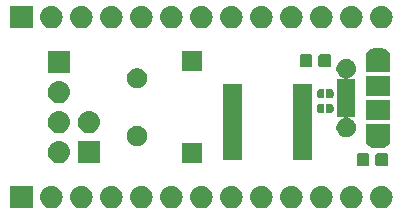
<source format=gts>
G04 #@! TF.GenerationSoftware,KiCad,Pcbnew,(5.0.0)*
G04 #@! TF.CreationDate,2018-10-21T19:05:11+02:00*
G04 #@! TF.ProjectId,mibo20_stm32,6D69626F32305F73746D33322E6B6963,V1.0*
G04 #@! TF.SameCoordinates,PX8198450PY53920b0*
G04 #@! TF.FileFunction,Soldermask,Top*
G04 #@! TF.FilePolarity,Negative*
%FSLAX46Y46*%
G04 Gerber Fmt 4.6, Leading zero omitted, Abs format (unit mm)*
G04 Created by KiCad (PCBNEW (5.0.0)) date 10/21/18 19:05:11*
%MOMM*%
%LPD*%
G01*
G04 APERTURE LIST*
%ADD10C,0.100000*%
G04 APERTURE END LIST*
D10*
G36*
X2220001Y-17460000D02*
X320001Y-17460000D01*
X320001Y-15560000D01*
X2220001Y-15560000D01*
X2220001Y-17460000D01*
X2220001Y-17460000D01*
G37*
G36*
X29396233Y-15573746D02*
X29575309Y-15628068D01*
X29740346Y-15716282D01*
X29885002Y-15834999D01*
X30003719Y-15979655D01*
X30091933Y-16144692D01*
X30146255Y-16323768D01*
X30164597Y-16510000D01*
X30146255Y-16696232D01*
X30091933Y-16875308D01*
X30003719Y-17040345D01*
X29885002Y-17185001D01*
X29740346Y-17303718D01*
X29740344Y-17303719D01*
X29575309Y-17391932D01*
X29396233Y-17446254D01*
X29256667Y-17460000D01*
X29163335Y-17460000D01*
X29023769Y-17446254D01*
X28844693Y-17391932D01*
X28679658Y-17303719D01*
X28679656Y-17303718D01*
X28535000Y-17185001D01*
X28416283Y-17040345D01*
X28328069Y-16875308D01*
X28273747Y-16696232D01*
X28255405Y-16510000D01*
X28273747Y-16323768D01*
X28328069Y-16144692D01*
X28416283Y-15979655D01*
X28535000Y-15834999D01*
X28679656Y-15716282D01*
X28844693Y-15628068D01*
X29023769Y-15573746D01*
X29163335Y-15560000D01*
X29256667Y-15560000D01*
X29396233Y-15573746D01*
X29396233Y-15573746D01*
G37*
G36*
X31936233Y-15573746D02*
X32115309Y-15628068D01*
X32280346Y-15716282D01*
X32425002Y-15834999D01*
X32543719Y-15979655D01*
X32631933Y-16144692D01*
X32686255Y-16323768D01*
X32704597Y-16510000D01*
X32686255Y-16696232D01*
X32631933Y-16875308D01*
X32543719Y-17040345D01*
X32425002Y-17185001D01*
X32280346Y-17303718D01*
X32280344Y-17303719D01*
X32115309Y-17391932D01*
X31936233Y-17446254D01*
X31796667Y-17460000D01*
X31703335Y-17460000D01*
X31563769Y-17446254D01*
X31384693Y-17391932D01*
X31219658Y-17303719D01*
X31219656Y-17303718D01*
X31075000Y-17185001D01*
X30956283Y-17040345D01*
X30868069Y-16875308D01*
X30813747Y-16696232D01*
X30795405Y-16510000D01*
X30813747Y-16323768D01*
X30868069Y-16144692D01*
X30956283Y-15979655D01*
X31075000Y-15834999D01*
X31219656Y-15716282D01*
X31384693Y-15628068D01*
X31563769Y-15573746D01*
X31703335Y-15560000D01*
X31796667Y-15560000D01*
X31936233Y-15573746D01*
X31936233Y-15573746D01*
G37*
G36*
X26856233Y-15573746D02*
X27035309Y-15628068D01*
X27200346Y-15716282D01*
X27345002Y-15834999D01*
X27463719Y-15979655D01*
X27551933Y-16144692D01*
X27606255Y-16323768D01*
X27624597Y-16510000D01*
X27606255Y-16696232D01*
X27551933Y-16875308D01*
X27463719Y-17040345D01*
X27345002Y-17185001D01*
X27200346Y-17303718D01*
X27200344Y-17303719D01*
X27035309Y-17391932D01*
X26856233Y-17446254D01*
X26716667Y-17460000D01*
X26623335Y-17460000D01*
X26483769Y-17446254D01*
X26304693Y-17391932D01*
X26139658Y-17303719D01*
X26139656Y-17303718D01*
X25995000Y-17185001D01*
X25876283Y-17040345D01*
X25788069Y-16875308D01*
X25733747Y-16696232D01*
X25715405Y-16510000D01*
X25733747Y-16323768D01*
X25788069Y-16144692D01*
X25876283Y-15979655D01*
X25995000Y-15834999D01*
X26139656Y-15716282D01*
X26304693Y-15628068D01*
X26483769Y-15573746D01*
X26623335Y-15560000D01*
X26716667Y-15560000D01*
X26856233Y-15573746D01*
X26856233Y-15573746D01*
G37*
G36*
X24316233Y-15573746D02*
X24495309Y-15628068D01*
X24660346Y-15716282D01*
X24805002Y-15834999D01*
X24923719Y-15979655D01*
X25011933Y-16144692D01*
X25066255Y-16323768D01*
X25084597Y-16510000D01*
X25066255Y-16696232D01*
X25011933Y-16875308D01*
X24923719Y-17040345D01*
X24805002Y-17185001D01*
X24660346Y-17303718D01*
X24660344Y-17303719D01*
X24495309Y-17391932D01*
X24316233Y-17446254D01*
X24176667Y-17460000D01*
X24083335Y-17460000D01*
X23943769Y-17446254D01*
X23764693Y-17391932D01*
X23599658Y-17303719D01*
X23599656Y-17303718D01*
X23455000Y-17185001D01*
X23336283Y-17040345D01*
X23248069Y-16875308D01*
X23193747Y-16696232D01*
X23175405Y-16510000D01*
X23193747Y-16323768D01*
X23248069Y-16144692D01*
X23336283Y-15979655D01*
X23455000Y-15834999D01*
X23599656Y-15716282D01*
X23764693Y-15628068D01*
X23943769Y-15573746D01*
X24083335Y-15560000D01*
X24176667Y-15560000D01*
X24316233Y-15573746D01*
X24316233Y-15573746D01*
G37*
G36*
X21776233Y-15573746D02*
X21955309Y-15628068D01*
X22120346Y-15716282D01*
X22265002Y-15834999D01*
X22383719Y-15979655D01*
X22471933Y-16144692D01*
X22526255Y-16323768D01*
X22544597Y-16510000D01*
X22526255Y-16696232D01*
X22471933Y-16875308D01*
X22383719Y-17040345D01*
X22265002Y-17185001D01*
X22120346Y-17303718D01*
X22120344Y-17303719D01*
X21955309Y-17391932D01*
X21776233Y-17446254D01*
X21636667Y-17460000D01*
X21543335Y-17460000D01*
X21403769Y-17446254D01*
X21224693Y-17391932D01*
X21059658Y-17303719D01*
X21059656Y-17303718D01*
X20915000Y-17185001D01*
X20796283Y-17040345D01*
X20708069Y-16875308D01*
X20653747Y-16696232D01*
X20635405Y-16510000D01*
X20653747Y-16323768D01*
X20708069Y-16144692D01*
X20796283Y-15979655D01*
X20915000Y-15834999D01*
X21059656Y-15716282D01*
X21224693Y-15628068D01*
X21403769Y-15573746D01*
X21543335Y-15560000D01*
X21636667Y-15560000D01*
X21776233Y-15573746D01*
X21776233Y-15573746D01*
G37*
G36*
X19236233Y-15573746D02*
X19415309Y-15628068D01*
X19580346Y-15716282D01*
X19725002Y-15834999D01*
X19843719Y-15979655D01*
X19931933Y-16144692D01*
X19986255Y-16323768D01*
X20004597Y-16510000D01*
X19986255Y-16696232D01*
X19931933Y-16875308D01*
X19843719Y-17040345D01*
X19725002Y-17185001D01*
X19580346Y-17303718D01*
X19580344Y-17303719D01*
X19415309Y-17391932D01*
X19236233Y-17446254D01*
X19096667Y-17460000D01*
X19003335Y-17460000D01*
X18863769Y-17446254D01*
X18684693Y-17391932D01*
X18519658Y-17303719D01*
X18519656Y-17303718D01*
X18375000Y-17185001D01*
X18256283Y-17040345D01*
X18168069Y-16875308D01*
X18113747Y-16696232D01*
X18095405Y-16510000D01*
X18113747Y-16323768D01*
X18168069Y-16144692D01*
X18256283Y-15979655D01*
X18375000Y-15834999D01*
X18519656Y-15716282D01*
X18684693Y-15628068D01*
X18863769Y-15573746D01*
X19003335Y-15560000D01*
X19096667Y-15560000D01*
X19236233Y-15573746D01*
X19236233Y-15573746D01*
G37*
G36*
X14156233Y-15573746D02*
X14335309Y-15628068D01*
X14500346Y-15716282D01*
X14645002Y-15834999D01*
X14763719Y-15979655D01*
X14851933Y-16144692D01*
X14906255Y-16323768D01*
X14924597Y-16510000D01*
X14906255Y-16696232D01*
X14851933Y-16875308D01*
X14763719Y-17040345D01*
X14645002Y-17185001D01*
X14500346Y-17303718D01*
X14500344Y-17303719D01*
X14335309Y-17391932D01*
X14156233Y-17446254D01*
X14016667Y-17460000D01*
X13923335Y-17460000D01*
X13783769Y-17446254D01*
X13604693Y-17391932D01*
X13439658Y-17303719D01*
X13439656Y-17303718D01*
X13295000Y-17185001D01*
X13176283Y-17040345D01*
X13088069Y-16875308D01*
X13033747Y-16696232D01*
X13015405Y-16510000D01*
X13033747Y-16323768D01*
X13088069Y-16144692D01*
X13176283Y-15979655D01*
X13295000Y-15834999D01*
X13439656Y-15716282D01*
X13604693Y-15628068D01*
X13783769Y-15573746D01*
X13923335Y-15560000D01*
X14016667Y-15560000D01*
X14156233Y-15573746D01*
X14156233Y-15573746D01*
G37*
G36*
X11616233Y-15573746D02*
X11795309Y-15628068D01*
X11960346Y-15716282D01*
X12105002Y-15834999D01*
X12223719Y-15979655D01*
X12311933Y-16144692D01*
X12366255Y-16323768D01*
X12384597Y-16510000D01*
X12366255Y-16696232D01*
X12311933Y-16875308D01*
X12223719Y-17040345D01*
X12105002Y-17185001D01*
X11960346Y-17303718D01*
X11960344Y-17303719D01*
X11795309Y-17391932D01*
X11616233Y-17446254D01*
X11476667Y-17460000D01*
X11383335Y-17460000D01*
X11243769Y-17446254D01*
X11064693Y-17391932D01*
X10899658Y-17303719D01*
X10899656Y-17303718D01*
X10755000Y-17185001D01*
X10636283Y-17040345D01*
X10548069Y-16875308D01*
X10493747Y-16696232D01*
X10475405Y-16510000D01*
X10493747Y-16323768D01*
X10548069Y-16144692D01*
X10636283Y-15979655D01*
X10755000Y-15834999D01*
X10899656Y-15716282D01*
X11064693Y-15628068D01*
X11243769Y-15573746D01*
X11383335Y-15560000D01*
X11476667Y-15560000D01*
X11616233Y-15573746D01*
X11616233Y-15573746D01*
G37*
G36*
X9076233Y-15573746D02*
X9255309Y-15628068D01*
X9420346Y-15716282D01*
X9565002Y-15834999D01*
X9683719Y-15979655D01*
X9771933Y-16144692D01*
X9826255Y-16323768D01*
X9844597Y-16510000D01*
X9826255Y-16696232D01*
X9771933Y-16875308D01*
X9683719Y-17040345D01*
X9565002Y-17185001D01*
X9420346Y-17303718D01*
X9420344Y-17303719D01*
X9255309Y-17391932D01*
X9076233Y-17446254D01*
X8936667Y-17460000D01*
X8843335Y-17460000D01*
X8703769Y-17446254D01*
X8524693Y-17391932D01*
X8359658Y-17303719D01*
X8359656Y-17303718D01*
X8215000Y-17185001D01*
X8096283Y-17040345D01*
X8008069Y-16875308D01*
X7953747Y-16696232D01*
X7935405Y-16510000D01*
X7953747Y-16323768D01*
X8008069Y-16144692D01*
X8096283Y-15979655D01*
X8215000Y-15834999D01*
X8359656Y-15716282D01*
X8524693Y-15628068D01*
X8703769Y-15573746D01*
X8843335Y-15560000D01*
X8936667Y-15560000D01*
X9076233Y-15573746D01*
X9076233Y-15573746D01*
G37*
G36*
X6536233Y-15573746D02*
X6715309Y-15628068D01*
X6880346Y-15716282D01*
X7025002Y-15834999D01*
X7143719Y-15979655D01*
X7231933Y-16144692D01*
X7286255Y-16323768D01*
X7304597Y-16510000D01*
X7286255Y-16696232D01*
X7231933Y-16875308D01*
X7143719Y-17040345D01*
X7025002Y-17185001D01*
X6880346Y-17303718D01*
X6880344Y-17303719D01*
X6715309Y-17391932D01*
X6536233Y-17446254D01*
X6396667Y-17460000D01*
X6303335Y-17460000D01*
X6163769Y-17446254D01*
X5984693Y-17391932D01*
X5819658Y-17303719D01*
X5819656Y-17303718D01*
X5675000Y-17185001D01*
X5556283Y-17040345D01*
X5468069Y-16875308D01*
X5413747Y-16696232D01*
X5395405Y-16510000D01*
X5413747Y-16323768D01*
X5468069Y-16144692D01*
X5556283Y-15979655D01*
X5675000Y-15834999D01*
X5819656Y-15716282D01*
X5984693Y-15628068D01*
X6163769Y-15573746D01*
X6303335Y-15560000D01*
X6396667Y-15560000D01*
X6536233Y-15573746D01*
X6536233Y-15573746D01*
G37*
G36*
X3996233Y-15573746D02*
X4175309Y-15628068D01*
X4340346Y-15716282D01*
X4485002Y-15834999D01*
X4603719Y-15979655D01*
X4691933Y-16144692D01*
X4746255Y-16323768D01*
X4764597Y-16510000D01*
X4746255Y-16696232D01*
X4691933Y-16875308D01*
X4603719Y-17040345D01*
X4485002Y-17185001D01*
X4340346Y-17303718D01*
X4340344Y-17303719D01*
X4175309Y-17391932D01*
X3996233Y-17446254D01*
X3856667Y-17460000D01*
X3763335Y-17460000D01*
X3623769Y-17446254D01*
X3444693Y-17391932D01*
X3279658Y-17303719D01*
X3279656Y-17303718D01*
X3135000Y-17185001D01*
X3016283Y-17040345D01*
X2928069Y-16875308D01*
X2873747Y-16696232D01*
X2855405Y-16510000D01*
X2873747Y-16323768D01*
X2928069Y-16144692D01*
X3016283Y-15979655D01*
X3135000Y-15834999D01*
X3279656Y-15716282D01*
X3444693Y-15628068D01*
X3623769Y-15573746D01*
X3763335Y-15560000D01*
X3856667Y-15560000D01*
X3996233Y-15573746D01*
X3996233Y-15573746D01*
G37*
G36*
X16696233Y-15573746D02*
X16875309Y-15628068D01*
X17040346Y-15716282D01*
X17185002Y-15834999D01*
X17303719Y-15979655D01*
X17391933Y-16144692D01*
X17446255Y-16323768D01*
X17464597Y-16510000D01*
X17446255Y-16696232D01*
X17391933Y-16875308D01*
X17303719Y-17040345D01*
X17185002Y-17185001D01*
X17040346Y-17303718D01*
X17040344Y-17303719D01*
X16875309Y-17391932D01*
X16696233Y-17446254D01*
X16556667Y-17460000D01*
X16463335Y-17460000D01*
X16323769Y-17446254D01*
X16144693Y-17391932D01*
X15979658Y-17303719D01*
X15979656Y-17303718D01*
X15835000Y-17185001D01*
X15716283Y-17040345D01*
X15628069Y-16875308D01*
X15573747Y-16696232D01*
X15555405Y-16510000D01*
X15573747Y-16323768D01*
X15628069Y-16144692D01*
X15716283Y-15979655D01*
X15835000Y-15834999D01*
X15979656Y-15716282D01*
X16144693Y-15628068D01*
X16323769Y-15573746D01*
X16463335Y-15560000D01*
X16556667Y-15560000D01*
X16696233Y-15573746D01*
X16696233Y-15573746D01*
G37*
G36*
X32116756Y-12764920D02*
X32162436Y-12778777D01*
X32204537Y-12801281D01*
X32241437Y-12831563D01*
X32271719Y-12868463D01*
X32294223Y-12910564D01*
X32308080Y-12956244D01*
X32313000Y-13006204D01*
X32313000Y-13663796D01*
X32308080Y-13713756D01*
X32294223Y-13759436D01*
X32271719Y-13801537D01*
X32241437Y-13838437D01*
X32204537Y-13868719D01*
X32162436Y-13891223D01*
X32116756Y-13905080D01*
X32066796Y-13910000D01*
X31484204Y-13910000D01*
X31434244Y-13905080D01*
X31388564Y-13891223D01*
X31346463Y-13868719D01*
X31309563Y-13838437D01*
X31279281Y-13801537D01*
X31256777Y-13759436D01*
X31242920Y-13713756D01*
X31238000Y-13663796D01*
X31238000Y-13006204D01*
X31242920Y-12956244D01*
X31256777Y-12910564D01*
X31279281Y-12868463D01*
X31309563Y-12831563D01*
X31346463Y-12801281D01*
X31388564Y-12778777D01*
X31434244Y-12764920D01*
X31484204Y-12760000D01*
X32066796Y-12760000D01*
X32116756Y-12764920D01*
X32116756Y-12764920D01*
G37*
G36*
X30541756Y-12764920D02*
X30587436Y-12778777D01*
X30629537Y-12801281D01*
X30666437Y-12831563D01*
X30696719Y-12868463D01*
X30719223Y-12910564D01*
X30733080Y-12956244D01*
X30738000Y-13006204D01*
X30738000Y-13663796D01*
X30733080Y-13713756D01*
X30719223Y-13759436D01*
X30696719Y-13801537D01*
X30666437Y-13838437D01*
X30629537Y-13868719D01*
X30587436Y-13891223D01*
X30541756Y-13905080D01*
X30491796Y-13910000D01*
X29909204Y-13910000D01*
X29859244Y-13905080D01*
X29813564Y-13891223D01*
X29771463Y-13868719D01*
X29734563Y-13838437D01*
X29704281Y-13801537D01*
X29681777Y-13759436D01*
X29667920Y-13713756D01*
X29663000Y-13663796D01*
X29663000Y-13006204D01*
X29667920Y-12956244D01*
X29681777Y-12910564D01*
X29704281Y-12868463D01*
X29734563Y-12831563D01*
X29771463Y-12801281D01*
X29813564Y-12778777D01*
X29859244Y-12764920D01*
X29909204Y-12760000D01*
X30491796Y-12760000D01*
X30541756Y-12764920D01*
X30541756Y-12764920D01*
G37*
G36*
X7935000Y-13650000D02*
X6035000Y-13650000D01*
X6035000Y-11750000D01*
X7935000Y-11750000D01*
X7935000Y-13650000D01*
X7935000Y-13650000D01*
G37*
G36*
X4628592Y-11763486D02*
X4631232Y-11763746D01*
X4810308Y-11818068D01*
X4975345Y-11906282D01*
X5120001Y-12024999D01*
X5238718Y-12169655D01*
X5326932Y-12334692D01*
X5381254Y-12513768D01*
X5399596Y-12700000D01*
X5381254Y-12886232D01*
X5326932Y-13065308D01*
X5238718Y-13230345D01*
X5120001Y-13375001D01*
X4975345Y-13493718D01*
X4975343Y-13493719D01*
X4810308Y-13581932D01*
X4631232Y-13636254D01*
X4491666Y-13650000D01*
X4398334Y-13650000D01*
X4258768Y-13636254D01*
X4079692Y-13581932D01*
X3914657Y-13493719D01*
X3914655Y-13493718D01*
X3769999Y-13375001D01*
X3651282Y-13230345D01*
X3563068Y-13065308D01*
X3508746Y-12886232D01*
X3490404Y-12700000D01*
X3508746Y-12513768D01*
X3563068Y-12334692D01*
X3651282Y-12169655D01*
X3769999Y-12024999D01*
X3914655Y-11906282D01*
X4079692Y-11818068D01*
X4258768Y-11763746D01*
X4261408Y-11763486D01*
X4398334Y-11750000D01*
X4491666Y-11750000D01*
X4628592Y-11763486D01*
X4628592Y-11763486D01*
G37*
G36*
X16598000Y-13640000D02*
X14898000Y-13640000D01*
X14898000Y-11940000D01*
X16598000Y-11940000D01*
X16598000Y-13640000D01*
X16598000Y-13640000D01*
G37*
G36*
X19973000Y-13410000D02*
X18323000Y-13410000D01*
X18323000Y-6910000D01*
X19973000Y-6910000D01*
X19973000Y-13410000D01*
X19973000Y-13410000D01*
G37*
G36*
X25873000Y-13410000D02*
X24223000Y-13410000D01*
X24223000Y-6910000D01*
X25873000Y-6910000D01*
X25873000Y-13410000D01*
X25873000Y-13410000D01*
G37*
G36*
X32513500Y-11591165D02*
X32513740Y-11596048D01*
X32516887Y-11628000D01*
X32513740Y-11659952D01*
X32513500Y-11664835D01*
X32513500Y-11746166D01*
X32510172Y-11750221D01*
X32503898Y-11763486D01*
X32503373Y-11765218D01*
X32503372Y-11765224D01*
X32463345Y-11897175D01*
X32398345Y-12018781D01*
X32310870Y-12125370D01*
X32204281Y-12212845D01*
X32082675Y-12277845D01*
X31950724Y-12317872D01*
X31847890Y-12328000D01*
X31079110Y-12328000D01*
X30976276Y-12317872D01*
X30844325Y-12277845D01*
X30722719Y-12212845D01*
X30616130Y-12125370D01*
X30528655Y-12018781D01*
X30463655Y-11897175D01*
X30423628Y-11765224D01*
X30423627Y-11765218D01*
X30423102Y-11763486D01*
X30419351Y-11754430D01*
X30413905Y-11746280D01*
X30413500Y-11745875D01*
X30413500Y-11664835D01*
X30413260Y-11659952D01*
X30410113Y-11628000D01*
X30413260Y-11596048D01*
X30413500Y-11591165D01*
X30413500Y-10328000D01*
X32513500Y-10328000D01*
X32513500Y-11591165D01*
X32513500Y-11591165D01*
G37*
G36*
X11296934Y-10511064D02*
X11451625Y-10575139D01*
X11590846Y-10668163D01*
X11709237Y-10786554D01*
X11802261Y-10925775D01*
X11866336Y-11080466D01*
X11899000Y-11244681D01*
X11899000Y-11412119D01*
X11866336Y-11576334D01*
X11802261Y-11731025D01*
X11709237Y-11870246D01*
X11590846Y-11988637D01*
X11451625Y-12081661D01*
X11296934Y-12145736D01*
X11132719Y-12178400D01*
X10965281Y-12178400D01*
X10801066Y-12145736D01*
X10646375Y-12081661D01*
X10507154Y-11988637D01*
X10388763Y-11870246D01*
X10295739Y-11731025D01*
X10231664Y-11576334D01*
X10199000Y-11412119D01*
X10199000Y-11244681D01*
X10231664Y-11080466D01*
X10295739Y-10925775D01*
X10388763Y-10786554D01*
X10507154Y-10668163D01*
X10646375Y-10575139D01*
X10801066Y-10511064D01*
X10965281Y-10478400D01*
X11132719Y-10478400D01*
X11296934Y-10511064D01*
X11296934Y-10511064D01*
G37*
G36*
X29004144Y-4834704D02*
X29154284Y-4896894D01*
X29199121Y-4926853D01*
X29289408Y-4987181D01*
X29404319Y-5102092D01*
X29464647Y-5192379D01*
X29494606Y-5237216D01*
X29546333Y-5362096D01*
X29556796Y-5387357D01*
X29584772Y-5528000D01*
X29588500Y-5546745D01*
X29588500Y-5709255D01*
X29556796Y-5868644D01*
X29494606Y-6018784D01*
X29476572Y-6045774D01*
X29404319Y-6153908D01*
X29289408Y-6268819D01*
X29199121Y-6329147D01*
X29154284Y-6359106D01*
X29004144Y-6421296D01*
X28965606Y-6428962D01*
X28956229Y-6431806D01*
X28947584Y-6436427D01*
X28940008Y-6442645D01*
X28933789Y-6450222D01*
X28929169Y-6458866D01*
X28926324Y-6468246D01*
X28925363Y-6478000D01*
X28926324Y-6487755D01*
X28929169Y-6497134D01*
X28933790Y-6505779D01*
X28940008Y-6513355D01*
X28947585Y-6519574D01*
X28956229Y-6524194D01*
X28965609Y-6527039D01*
X28975363Y-6528000D01*
X29538500Y-6528000D01*
X29538500Y-9728000D01*
X28975363Y-9728000D01*
X28965608Y-9728961D01*
X28956229Y-9731806D01*
X28947584Y-9736427D01*
X28940008Y-9742645D01*
X28933790Y-9750221D01*
X28929169Y-9758866D01*
X28926324Y-9768245D01*
X28925363Y-9778000D01*
X28926324Y-9787755D01*
X28929169Y-9797134D01*
X28933790Y-9805779D01*
X28940008Y-9813355D01*
X28947584Y-9819573D01*
X28956229Y-9824194D01*
X28965606Y-9827038D01*
X29004144Y-9834704D01*
X29154284Y-9896894D01*
X29154285Y-9896895D01*
X29289408Y-9987181D01*
X29404319Y-10102092D01*
X29443012Y-10160000D01*
X29494606Y-10237216D01*
X29556796Y-10387356D01*
X29588500Y-10546745D01*
X29588500Y-10709255D01*
X29556796Y-10868644D01*
X29494606Y-11018784D01*
X29494605Y-11018785D01*
X29404319Y-11153908D01*
X29289408Y-11268819D01*
X29199121Y-11329147D01*
X29154284Y-11359106D01*
X29004144Y-11421296D01*
X28844756Y-11453000D01*
X28682244Y-11453000D01*
X28602551Y-11437148D01*
X28522856Y-11421296D01*
X28372716Y-11359106D01*
X28327879Y-11329147D01*
X28237592Y-11268819D01*
X28122681Y-11153908D01*
X28032395Y-11018785D01*
X28032394Y-11018784D01*
X27970204Y-10868644D01*
X27938500Y-10709255D01*
X27938500Y-10546745D01*
X27970204Y-10387356D01*
X28032394Y-10237216D01*
X28083988Y-10160000D01*
X28122681Y-10102092D01*
X28237592Y-9987181D01*
X28372715Y-9896895D01*
X28372716Y-9896894D01*
X28522856Y-9834704D01*
X28561394Y-9827038D01*
X28570771Y-9824194D01*
X28579416Y-9819573D01*
X28586992Y-9813355D01*
X28593211Y-9805778D01*
X28597831Y-9797134D01*
X28600676Y-9787754D01*
X28601637Y-9778000D01*
X28600676Y-9768245D01*
X28597831Y-9758866D01*
X28593210Y-9750221D01*
X28586992Y-9742645D01*
X28579415Y-9736426D01*
X28570771Y-9731806D01*
X28561391Y-9728961D01*
X28551637Y-9728000D01*
X27988500Y-9728000D01*
X27988500Y-6528000D01*
X28551637Y-6528000D01*
X28561392Y-6527039D01*
X28570771Y-6524194D01*
X28579416Y-6519573D01*
X28586992Y-6513355D01*
X28593210Y-6505779D01*
X28597831Y-6497134D01*
X28600676Y-6487755D01*
X28601637Y-6478000D01*
X28600676Y-6468245D01*
X28597831Y-6458866D01*
X28593210Y-6450221D01*
X28586992Y-6442645D01*
X28579416Y-6436427D01*
X28570771Y-6431806D01*
X28561394Y-6428962D01*
X28522856Y-6421296D01*
X28372716Y-6359106D01*
X28327879Y-6329147D01*
X28237592Y-6268819D01*
X28122681Y-6153908D01*
X28050428Y-6045774D01*
X28032394Y-6018784D01*
X27970204Y-5868644D01*
X27938500Y-5709255D01*
X27938500Y-5546745D01*
X27942229Y-5528000D01*
X27970204Y-5387357D01*
X27980667Y-5362096D01*
X28032394Y-5237216D01*
X28062353Y-5192379D01*
X28122681Y-5102092D01*
X28237592Y-4987181D01*
X28327879Y-4926853D01*
X28372716Y-4896894D01*
X28522856Y-4834704D01*
X28682244Y-4803000D01*
X28844756Y-4803000D01*
X29004144Y-4834704D01*
X29004144Y-4834704D01*
G37*
G36*
X4631232Y-9223746D02*
X4810308Y-9278068D01*
X4975345Y-9366282D01*
X5120001Y-9484999D01*
X5238718Y-9629655D01*
X5326932Y-9794692D01*
X5381254Y-9973768D01*
X5399596Y-10160000D01*
X5381254Y-10346232D01*
X5326932Y-10525308D01*
X5238718Y-10690345D01*
X5120001Y-10835001D01*
X4975345Y-10953718D01*
X4853615Y-11018784D01*
X4810308Y-11041932D01*
X4631232Y-11096254D01*
X4491666Y-11110000D01*
X4398334Y-11110000D01*
X4258768Y-11096254D01*
X4079692Y-11041932D01*
X4036385Y-11018784D01*
X3914655Y-10953718D01*
X3769999Y-10835001D01*
X3651282Y-10690345D01*
X3563068Y-10525308D01*
X3508746Y-10346232D01*
X3490404Y-10160000D01*
X3508746Y-9973768D01*
X3563068Y-9794692D01*
X3651282Y-9629655D01*
X3769999Y-9484999D01*
X3914655Y-9366282D01*
X4079692Y-9278068D01*
X4258768Y-9223746D01*
X4398334Y-9210000D01*
X4491666Y-9210000D01*
X4631232Y-9223746D01*
X4631232Y-9223746D01*
G37*
G36*
X7171232Y-9223746D02*
X7350308Y-9278068D01*
X7515345Y-9366282D01*
X7660001Y-9484999D01*
X7778718Y-9629655D01*
X7866932Y-9794692D01*
X7921254Y-9973768D01*
X7939596Y-10160000D01*
X7921254Y-10346232D01*
X7866932Y-10525308D01*
X7778718Y-10690345D01*
X7660001Y-10835001D01*
X7515345Y-10953718D01*
X7393615Y-11018784D01*
X7350308Y-11041932D01*
X7171232Y-11096254D01*
X7031666Y-11110000D01*
X6938334Y-11110000D01*
X6798768Y-11096254D01*
X6619692Y-11041932D01*
X6576385Y-11018784D01*
X6454655Y-10953718D01*
X6309999Y-10835001D01*
X6191282Y-10690345D01*
X6103068Y-10525308D01*
X6048746Y-10346232D01*
X6030404Y-10160000D01*
X6048746Y-9973768D01*
X6103068Y-9794692D01*
X6191282Y-9629655D01*
X6309999Y-9484999D01*
X6454655Y-9366282D01*
X6619692Y-9278068D01*
X6798768Y-9223746D01*
X6938334Y-9210000D01*
X7031666Y-9210000D01*
X7171232Y-9223746D01*
X7171232Y-9223746D01*
G37*
G36*
X32513500Y-9978000D02*
X30413500Y-9978000D01*
X30413500Y-8278000D01*
X32513500Y-8278000D01*
X32513500Y-9978000D01*
X32513500Y-9978000D01*
G37*
G36*
X27400201Y-8593045D02*
X27429606Y-8593045D01*
X27487286Y-8604518D01*
X27541620Y-8627024D01*
X27590519Y-8659697D01*
X27632104Y-8701282D01*
X27664777Y-8750181D01*
X27687283Y-8804515D01*
X27698756Y-8862195D01*
X27698756Y-8891600D01*
X27700201Y-8891600D01*
X27700201Y-9091600D01*
X27698756Y-9091600D01*
X27698756Y-9121005D01*
X27687283Y-9178685D01*
X27664777Y-9233019D01*
X27632104Y-9281918D01*
X27590519Y-9323503D01*
X27541620Y-9356176D01*
X27487286Y-9378682D01*
X27429606Y-9390155D01*
X27400201Y-9390155D01*
X27400201Y-9391600D01*
X27100201Y-9391600D01*
X27100201Y-8591600D01*
X27400201Y-8591600D01*
X27400201Y-8593045D01*
X27400201Y-8593045D01*
G37*
G36*
X26900201Y-9391600D02*
X26600201Y-9391600D01*
X26600201Y-9390155D01*
X26570796Y-9390155D01*
X26513116Y-9378682D01*
X26458782Y-9356176D01*
X26409883Y-9323503D01*
X26368298Y-9281918D01*
X26335625Y-9233019D01*
X26313119Y-9178685D01*
X26301646Y-9121005D01*
X26301646Y-9091600D01*
X26300201Y-9091600D01*
X26300201Y-8891600D01*
X26301646Y-8891600D01*
X26301646Y-8862195D01*
X26313119Y-8804515D01*
X26335625Y-8750181D01*
X26368298Y-8701282D01*
X26409883Y-8659697D01*
X26458782Y-8627024D01*
X26513116Y-8604518D01*
X26570796Y-8593045D01*
X26600201Y-8593045D01*
X26600201Y-8591600D01*
X26900201Y-8591600D01*
X26900201Y-9391600D01*
X26900201Y-9391600D01*
G37*
G36*
X4631232Y-6683746D02*
X4810308Y-6738068D01*
X4975345Y-6826282D01*
X5120001Y-6944999D01*
X5238718Y-7089655D01*
X5326932Y-7254692D01*
X5381254Y-7433768D01*
X5399596Y-7620000D01*
X5381254Y-7806232D01*
X5326932Y-7985308D01*
X5238718Y-8150345D01*
X5120001Y-8295001D01*
X4975345Y-8413718D01*
X4975343Y-8413719D01*
X4810308Y-8501932D01*
X4631232Y-8556254D01*
X4491666Y-8570000D01*
X4398334Y-8570000D01*
X4258768Y-8556254D01*
X4079692Y-8501932D01*
X3914657Y-8413719D01*
X3914655Y-8413718D01*
X3769999Y-8295001D01*
X3651282Y-8150345D01*
X3563068Y-7985308D01*
X3508746Y-7806232D01*
X3490404Y-7620000D01*
X3508746Y-7433768D01*
X3563068Y-7254692D01*
X3651282Y-7089655D01*
X3769999Y-6944999D01*
X3914655Y-6826282D01*
X4079692Y-6738068D01*
X4258768Y-6683746D01*
X4398334Y-6670000D01*
X4491666Y-6670000D01*
X4631232Y-6683746D01*
X4631232Y-6683746D01*
G37*
G36*
X27400201Y-7348445D02*
X27429606Y-7348445D01*
X27487286Y-7359918D01*
X27541620Y-7382424D01*
X27590519Y-7415097D01*
X27632104Y-7456682D01*
X27664777Y-7505581D01*
X27687283Y-7559915D01*
X27698756Y-7617595D01*
X27698756Y-7647000D01*
X27700201Y-7647000D01*
X27700201Y-7847000D01*
X27698756Y-7847000D01*
X27698756Y-7876405D01*
X27687283Y-7934085D01*
X27664777Y-7988419D01*
X27632104Y-8037318D01*
X27590519Y-8078903D01*
X27541620Y-8111576D01*
X27487286Y-8134082D01*
X27429606Y-8145555D01*
X27400201Y-8145555D01*
X27400201Y-8147000D01*
X27100201Y-8147000D01*
X27100201Y-7347000D01*
X27400201Y-7347000D01*
X27400201Y-7348445D01*
X27400201Y-7348445D01*
G37*
G36*
X26900201Y-8147000D02*
X26600201Y-8147000D01*
X26600201Y-8145555D01*
X26570796Y-8145555D01*
X26513116Y-8134082D01*
X26458782Y-8111576D01*
X26409883Y-8078903D01*
X26368298Y-8037318D01*
X26335625Y-7988419D01*
X26313119Y-7934085D01*
X26301646Y-7876405D01*
X26301646Y-7847000D01*
X26300201Y-7847000D01*
X26300201Y-7647000D01*
X26301646Y-7647000D01*
X26301646Y-7617595D01*
X26313119Y-7559915D01*
X26335625Y-7505581D01*
X26368298Y-7456682D01*
X26409883Y-7415097D01*
X26458782Y-7382424D01*
X26513116Y-7359918D01*
X26570796Y-7348445D01*
X26600201Y-7348445D01*
X26600201Y-7347000D01*
X26900201Y-7347000D01*
X26900201Y-8147000D01*
X26900201Y-8147000D01*
G37*
G36*
X32513500Y-7978000D02*
X30413500Y-7978000D01*
X30413500Y-6278000D01*
X32513500Y-6278000D01*
X32513500Y-7978000D01*
X32513500Y-7978000D01*
G37*
G36*
X11296934Y-5631064D02*
X11451625Y-5695139D01*
X11590846Y-5788163D01*
X11709237Y-5906554D01*
X11802261Y-6045775D01*
X11866336Y-6200466D01*
X11899000Y-6364681D01*
X11899000Y-6532119D01*
X11866336Y-6696334D01*
X11802261Y-6851025D01*
X11709237Y-6990246D01*
X11590846Y-7108637D01*
X11451625Y-7201661D01*
X11296934Y-7265736D01*
X11132719Y-7298400D01*
X10965281Y-7298400D01*
X10801066Y-7265736D01*
X10646375Y-7201661D01*
X10507154Y-7108637D01*
X10388763Y-6990246D01*
X10295739Y-6851025D01*
X10231664Y-6696334D01*
X10199000Y-6532119D01*
X10199000Y-6364681D01*
X10231664Y-6200466D01*
X10295739Y-6045775D01*
X10388763Y-5906554D01*
X10507154Y-5788163D01*
X10646375Y-5695139D01*
X10801066Y-5631064D01*
X10965281Y-5598400D01*
X11132719Y-5598400D01*
X11296934Y-5631064D01*
X11296934Y-5631064D01*
G37*
G36*
X5395000Y-6030000D02*
X3495000Y-6030000D01*
X3495000Y-4130000D01*
X5395000Y-4130000D01*
X5395000Y-6030000D01*
X5395000Y-6030000D01*
G37*
G36*
X31950724Y-3938128D02*
X32082675Y-3978155D01*
X32204281Y-4043155D01*
X32310870Y-4130630D01*
X32398345Y-4237219D01*
X32463345Y-4358825D01*
X32503372Y-4490776D01*
X32503373Y-4490782D01*
X32503898Y-4492514D01*
X32507649Y-4501570D01*
X32513095Y-4509720D01*
X32513500Y-4510125D01*
X32513500Y-4591165D01*
X32513740Y-4596048D01*
X32516887Y-4628000D01*
X32513740Y-4659952D01*
X32513500Y-4664835D01*
X32513500Y-5928000D01*
X30413500Y-5928000D01*
X30413500Y-4664835D01*
X30413260Y-4659952D01*
X30410113Y-4628000D01*
X30413260Y-4596048D01*
X30413500Y-4591165D01*
X30413500Y-4509834D01*
X30416828Y-4505779D01*
X30423102Y-4492514D01*
X30423627Y-4490782D01*
X30423628Y-4490776D01*
X30463655Y-4358825D01*
X30528655Y-4237219D01*
X30616130Y-4130630D01*
X30722719Y-4043155D01*
X30844325Y-3978155D01*
X30976276Y-3938128D01*
X31079110Y-3928000D01*
X31847890Y-3928000D01*
X31950724Y-3938128D01*
X31950724Y-3938128D01*
G37*
G36*
X16598000Y-5840000D02*
X14898000Y-5840000D01*
X14898000Y-4140000D01*
X16598000Y-4140000D01*
X16598000Y-5840000D01*
X16598000Y-5840000D01*
G37*
G36*
X27290756Y-4382920D02*
X27336436Y-4396777D01*
X27378537Y-4419281D01*
X27415437Y-4449563D01*
X27445719Y-4486463D01*
X27468223Y-4528564D01*
X27482080Y-4574244D01*
X27487000Y-4624204D01*
X27487000Y-5281796D01*
X27482080Y-5331756D01*
X27468223Y-5377436D01*
X27445719Y-5419537D01*
X27415437Y-5456437D01*
X27378537Y-5486719D01*
X27336436Y-5509223D01*
X27290756Y-5523080D01*
X27240796Y-5528000D01*
X26658204Y-5528000D01*
X26608244Y-5523080D01*
X26562564Y-5509223D01*
X26520463Y-5486719D01*
X26483563Y-5456437D01*
X26453281Y-5419537D01*
X26430777Y-5377436D01*
X26416920Y-5331756D01*
X26412000Y-5281796D01*
X26412000Y-4624204D01*
X26416920Y-4574244D01*
X26430777Y-4528564D01*
X26453281Y-4486463D01*
X26483563Y-4449563D01*
X26520463Y-4419281D01*
X26562564Y-4396777D01*
X26608244Y-4382920D01*
X26658204Y-4378000D01*
X27240796Y-4378000D01*
X27290756Y-4382920D01*
X27290756Y-4382920D01*
G37*
G36*
X25715756Y-4382920D02*
X25761436Y-4396777D01*
X25803537Y-4419281D01*
X25840437Y-4449563D01*
X25870719Y-4486463D01*
X25893223Y-4528564D01*
X25907080Y-4574244D01*
X25912000Y-4624204D01*
X25912000Y-5281796D01*
X25907080Y-5331756D01*
X25893223Y-5377436D01*
X25870719Y-5419537D01*
X25840437Y-5456437D01*
X25803537Y-5486719D01*
X25761436Y-5509223D01*
X25715756Y-5523080D01*
X25665796Y-5528000D01*
X25083204Y-5528000D01*
X25033244Y-5523080D01*
X24987564Y-5509223D01*
X24945463Y-5486719D01*
X24908563Y-5456437D01*
X24878281Y-5419537D01*
X24855777Y-5377436D01*
X24841920Y-5331756D01*
X24837000Y-5281796D01*
X24837000Y-4624204D01*
X24841920Y-4574244D01*
X24855777Y-4528564D01*
X24878281Y-4486463D01*
X24908563Y-4449563D01*
X24945463Y-4419281D01*
X24987564Y-4396777D01*
X25033244Y-4382920D01*
X25083204Y-4378000D01*
X25665796Y-4378000D01*
X25715756Y-4382920D01*
X25715756Y-4382920D01*
G37*
G36*
X3996232Y-333746D02*
X4175308Y-388068D01*
X4340345Y-476282D01*
X4485001Y-594999D01*
X4603718Y-739655D01*
X4691932Y-904692D01*
X4746254Y-1083768D01*
X4764596Y-1270000D01*
X4746254Y-1456232D01*
X4691932Y-1635308D01*
X4603718Y-1800345D01*
X4485001Y-1945001D01*
X4340345Y-2063718D01*
X4340343Y-2063719D01*
X4175308Y-2151932D01*
X3996232Y-2206254D01*
X3856666Y-2220000D01*
X3763334Y-2220000D01*
X3623768Y-2206254D01*
X3444692Y-2151932D01*
X3279657Y-2063719D01*
X3279655Y-2063718D01*
X3134999Y-1945001D01*
X3016282Y-1800345D01*
X2928068Y-1635308D01*
X2873746Y-1456232D01*
X2855404Y-1270000D01*
X2873746Y-1083768D01*
X2928068Y-904692D01*
X3016282Y-739655D01*
X3134999Y-594999D01*
X3279655Y-476282D01*
X3444692Y-388068D01*
X3623768Y-333746D01*
X3763334Y-320000D01*
X3856666Y-320000D01*
X3996232Y-333746D01*
X3996232Y-333746D01*
G37*
G36*
X31936232Y-333746D02*
X32115308Y-388068D01*
X32280345Y-476282D01*
X32425001Y-594999D01*
X32543718Y-739655D01*
X32631932Y-904692D01*
X32686254Y-1083768D01*
X32704596Y-1270000D01*
X32686254Y-1456232D01*
X32631932Y-1635308D01*
X32543718Y-1800345D01*
X32425001Y-1945001D01*
X32280345Y-2063718D01*
X32280343Y-2063719D01*
X32115308Y-2151932D01*
X31936232Y-2206254D01*
X31796666Y-2220000D01*
X31703334Y-2220000D01*
X31563768Y-2206254D01*
X31384692Y-2151932D01*
X31219657Y-2063719D01*
X31219655Y-2063718D01*
X31074999Y-1945001D01*
X30956282Y-1800345D01*
X30868068Y-1635308D01*
X30813746Y-1456232D01*
X30795404Y-1270000D01*
X30813746Y-1083768D01*
X30868068Y-904692D01*
X30956282Y-739655D01*
X31074999Y-594999D01*
X31219655Y-476282D01*
X31384692Y-388068D01*
X31563768Y-333746D01*
X31703334Y-320000D01*
X31796666Y-320000D01*
X31936232Y-333746D01*
X31936232Y-333746D01*
G37*
G36*
X29396232Y-333746D02*
X29575308Y-388068D01*
X29740345Y-476282D01*
X29885001Y-594999D01*
X30003718Y-739655D01*
X30091932Y-904692D01*
X30146254Y-1083768D01*
X30164596Y-1270000D01*
X30146254Y-1456232D01*
X30091932Y-1635308D01*
X30003718Y-1800345D01*
X29885001Y-1945001D01*
X29740345Y-2063718D01*
X29740343Y-2063719D01*
X29575308Y-2151932D01*
X29396232Y-2206254D01*
X29256666Y-2220000D01*
X29163334Y-2220000D01*
X29023768Y-2206254D01*
X28844692Y-2151932D01*
X28679657Y-2063719D01*
X28679655Y-2063718D01*
X28534999Y-1945001D01*
X28416282Y-1800345D01*
X28328068Y-1635308D01*
X28273746Y-1456232D01*
X28255404Y-1270000D01*
X28273746Y-1083768D01*
X28328068Y-904692D01*
X28416282Y-739655D01*
X28534999Y-594999D01*
X28679655Y-476282D01*
X28844692Y-388068D01*
X29023768Y-333746D01*
X29163334Y-320000D01*
X29256666Y-320000D01*
X29396232Y-333746D01*
X29396232Y-333746D01*
G37*
G36*
X26856232Y-333746D02*
X27035308Y-388068D01*
X27200345Y-476282D01*
X27345001Y-594999D01*
X27463718Y-739655D01*
X27551932Y-904692D01*
X27606254Y-1083768D01*
X27624596Y-1270000D01*
X27606254Y-1456232D01*
X27551932Y-1635308D01*
X27463718Y-1800345D01*
X27345001Y-1945001D01*
X27200345Y-2063718D01*
X27200343Y-2063719D01*
X27035308Y-2151932D01*
X26856232Y-2206254D01*
X26716666Y-2220000D01*
X26623334Y-2220000D01*
X26483768Y-2206254D01*
X26304692Y-2151932D01*
X26139657Y-2063719D01*
X26139655Y-2063718D01*
X25994999Y-1945001D01*
X25876282Y-1800345D01*
X25788068Y-1635308D01*
X25733746Y-1456232D01*
X25715404Y-1270000D01*
X25733746Y-1083768D01*
X25788068Y-904692D01*
X25876282Y-739655D01*
X25994999Y-594999D01*
X26139655Y-476282D01*
X26304692Y-388068D01*
X26483768Y-333746D01*
X26623334Y-320000D01*
X26716666Y-320000D01*
X26856232Y-333746D01*
X26856232Y-333746D01*
G37*
G36*
X24316232Y-333746D02*
X24495308Y-388068D01*
X24660345Y-476282D01*
X24805001Y-594999D01*
X24923718Y-739655D01*
X25011932Y-904692D01*
X25066254Y-1083768D01*
X25084596Y-1270000D01*
X25066254Y-1456232D01*
X25011932Y-1635308D01*
X24923718Y-1800345D01*
X24805001Y-1945001D01*
X24660345Y-2063718D01*
X24660343Y-2063719D01*
X24495308Y-2151932D01*
X24316232Y-2206254D01*
X24176666Y-2220000D01*
X24083334Y-2220000D01*
X23943768Y-2206254D01*
X23764692Y-2151932D01*
X23599657Y-2063719D01*
X23599655Y-2063718D01*
X23454999Y-1945001D01*
X23336282Y-1800345D01*
X23248068Y-1635308D01*
X23193746Y-1456232D01*
X23175404Y-1270000D01*
X23193746Y-1083768D01*
X23248068Y-904692D01*
X23336282Y-739655D01*
X23454999Y-594999D01*
X23599655Y-476282D01*
X23764692Y-388068D01*
X23943768Y-333746D01*
X24083334Y-320000D01*
X24176666Y-320000D01*
X24316232Y-333746D01*
X24316232Y-333746D01*
G37*
G36*
X21776232Y-333746D02*
X21955308Y-388068D01*
X22120345Y-476282D01*
X22265001Y-594999D01*
X22383718Y-739655D01*
X22471932Y-904692D01*
X22526254Y-1083768D01*
X22544596Y-1270000D01*
X22526254Y-1456232D01*
X22471932Y-1635308D01*
X22383718Y-1800345D01*
X22265001Y-1945001D01*
X22120345Y-2063718D01*
X22120343Y-2063719D01*
X21955308Y-2151932D01*
X21776232Y-2206254D01*
X21636666Y-2220000D01*
X21543334Y-2220000D01*
X21403768Y-2206254D01*
X21224692Y-2151932D01*
X21059657Y-2063719D01*
X21059655Y-2063718D01*
X20914999Y-1945001D01*
X20796282Y-1800345D01*
X20708068Y-1635308D01*
X20653746Y-1456232D01*
X20635404Y-1270000D01*
X20653746Y-1083768D01*
X20708068Y-904692D01*
X20796282Y-739655D01*
X20914999Y-594999D01*
X21059655Y-476282D01*
X21224692Y-388068D01*
X21403768Y-333746D01*
X21543334Y-320000D01*
X21636666Y-320000D01*
X21776232Y-333746D01*
X21776232Y-333746D01*
G37*
G36*
X19236232Y-333746D02*
X19415308Y-388068D01*
X19580345Y-476282D01*
X19725001Y-594999D01*
X19843718Y-739655D01*
X19931932Y-904692D01*
X19986254Y-1083768D01*
X20004596Y-1270000D01*
X19986254Y-1456232D01*
X19931932Y-1635308D01*
X19843718Y-1800345D01*
X19725001Y-1945001D01*
X19580345Y-2063718D01*
X19580343Y-2063719D01*
X19415308Y-2151932D01*
X19236232Y-2206254D01*
X19096666Y-2220000D01*
X19003334Y-2220000D01*
X18863768Y-2206254D01*
X18684692Y-2151932D01*
X18519657Y-2063719D01*
X18519655Y-2063718D01*
X18374999Y-1945001D01*
X18256282Y-1800345D01*
X18168068Y-1635308D01*
X18113746Y-1456232D01*
X18095404Y-1270000D01*
X18113746Y-1083768D01*
X18168068Y-904692D01*
X18256282Y-739655D01*
X18374999Y-594999D01*
X18519655Y-476282D01*
X18684692Y-388068D01*
X18863768Y-333746D01*
X19003334Y-320000D01*
X19096666Y-320000D01*
X19236232Y-333746D01*
X19236232Y-333746D01*
G37*
G36*
X16696232Y-333746D02*
X16875308Y-388068D01*
X17040345Y-476282D01*
X17185001Y-594999D01*
X17303718Y-739655D01*
X17391932Y-904692D01*
X17446254Y-1083768D01*
X17464596Y-1270000D01*
X17446254Y-1456232D01*
X17391932Y-1635308D01*
X17303718Y-1800345D01*
X17185001Y-1945001D01*
X17040345Y-2063718D01*
X17040343Y-2063719D01*
X16875308Y-2151932D01*
X16696232Y-2206254D01*
X16556666Y-2220000D01*
X16463334Y-2220000D01*
X16323768Y-2206254D01*
X16144692Y-2151932D01*
X15979657Y-2063719D01*
X15979655Y-2063718D01*
X15834999Y-1945001D01*
X15716282Y-1800345D01*
X15628068Y-1635308D01*
X15573746Y-1456232D01*
X15555404Y-1270000D01*
X15573746Y-1083768D01*
X15628068Y-904692D01*
X15716282Y-739655D01*
X15834999Y-594999D01*
X15979655Y-476282D01*
X16144692Y-388068D01*
X16323768Y-333746D01*
X16463334Y-320000D01*
X16556666Y-320000D01*
X16696232Y-333746D01*
X16696232Y-333746D01*
G37*
G36*
X14156232Y-333746D02*
X14335308Y-388068D01*
X14500345Y-476282D01*
X14645001Y-594999D01*
X14763718Y-739655D01*
X14851932Y-904692D01*
X14906254Y-1083768D01*
X14924596Y-1270000D01*
X14906254Y-1456232D01*
X14851932Y-1635308D01*
X14763718Y-1800345D01*
X14645001Y-1945001D01*
X14500345Y-2063718D01*
X14500343Y-2063719D01*
X14335308Y-2151932D01*
X14156232Y-2206254D01*
X14016666Y-2220000D01*
X13923334Y-2220000D01*
X13783768Y-2206254D01*
X13604692Y-2151932D01*
X13439657Y-2063719D01*
X13439655Y-2063718D01*
X13294999Y-1945001D01*
X13176282Y-1800345D01*
X13088068Y-1635308D01*
X13033746Y-1456232D01*
X13015404Y-1270000D01*
X13033746Y-1083768D01*
X13088068Y-904692D01*
X13176282Y-739655D01*
X13294999Y-594999D01*
X13439655Y-476282D01*
X13604692Y-388068D01*
X13783768Y-333746D01*
X13923334Y-320000D01*
X14016666Y-320000D01*
X14156232Y-333746D01*
X14156232Y-333746D01*
G37*
G36*
X11616232Y-333746D02*
X11795308Y-388068D01*
X11960345Y-476282D01*
X12105001Y-594999D01*
X12223718Y-739655D01*
X12311932Y-904692D01*
X12366254Y-1083768D01*
X12384596Y-1270000D01*
X12366254Y-1456232D01*
X12311932Y-1635308D01*
X12223718Y-1800345D01*
X12105001Y-1945001D01*
X11960345Y-2063718D01*
X11960343Y-2063719D01*
X11795308Y-2151932D01*
X11616232Y-2206254D01*
X11476666Y-2220000D01*
X11383334Y-2220000D01*
X11243768Y-2206254D01*
X11064692Y-2151932D01*
X10899657Y-2063719D01*
X10899655Y-2063718D01*
X10754999Y-1945001D01*
X10636282Y-1800345D01*
X10548068Y-1635308D01*
X10493746Y-1456232D01*
X10475404Y-1270000D01*
X10493746Y-1083768D01*
X10548068Y-904692D01*
X10636282Y-739655D01*
X10754999Y-594999D01*
X10899655Y-476282D01*
X11064692Y-388068D01*
X11243768Y-333746D01*
X11383334Y-320000D01*
X11476666Y-320000D01*
X11616232Y-333746D01*
X11616232Y-333746D01*
G37*
G36*
X9076232Y-333746D02*
X9255308Y-388068D01*
X9420345Y-476282D01*
X9565001Y-594999D01*
X9683718Y-739655D01*
X9771932Y-904692D01*
X9826254Y-1083768D01*
X9844596Y-1270000D01*
X9826254Y-1456232D01*
X9771932Y-1635308D01*
X9683718Y-1800345D01*
X9565001Y-1945001D01*
X9420345Y-2063718D01*
X9420343Y-2063719D01*
X9255308Y-2151932D01*
X9076232Y-2206254D01*
X8936666Y-2220000D01*
X8843334Y-2220000D01*
X8703768Y-2206254D01*
X8524692Y-2151932D01*
X8359657Y-2063719D01*
X8359655Y-2063718D01*
X8214999Y-1945001D01*
X8096282Y-1800345D01*
X8008068Y-1635308D01*
X7953746Y-1456232D01*
X7935404Y-1270000D01*
X7953746Y-1083768D01*
X8008068Y-904692D01*
X8096282Y-739655D01*
X8214999Y-594999D01*
X8359655Y-476282D01*
X8524692Y-388068D01*
X8703768Y-333746D01*
X8843334Y-320000D01*
X8936666Y-320000D01*
X9076232Y-333746D01*
X9076232Y-333746D01*
G37*
G36*
X2220000Y-2220000D02*
X320000Y-2220000D01*
X320000Y-320000D01*
X2220000Y-320000D01*
X2220000Y-2220000D01*
X2220000Y-2220000D01*
G37*
G36*
X6536232Y-333746D02*
X6715308Y-388068D01*
X6880345Y-476282D01*
X7025001Y-594999D01*
X7143718Y-739655D01*
X7231932Y-904692D01*
X7286254Y-1083768D01*
X7304596Y-1270000D01*
X7286254Y-1456232D01*
X7231932Y-1635308D01*
X7143718Y-1800345D01*
X7025001Y-1945001D01*
X6880345Y-2063718D01*
X6880343Y-2063719D01*
X6715308Y-2151932D01*
X6536232Y-2206254D01*
X6396666Y-2220000D01*
X6303334Y-2220000D01*
X6163768Y-2206254D01*
X5984692Y-2151932D01*
X5819657Y-2063719D01*
X5819655Y-2063718D01*
X5674999Y-1945001D01*
X5556282Y-1800345D01*
X5468068Y-1635308D01*
X5413746Y-1456232D01*
X5395404Y-1270000D01*
X5413746Y-1083768D01*
X5468068Y-904692D01*
X5556282Y-739655D01*
X5674999Y-594999D01*
X5819655Y-476282D01*
X5984692Y-388068D01*
X6163768Y-333746D01*
X6303334Y-320000D01*
X6396666Y-320000D01*
X6536232Y-333746D01*
X6536232Y-333746D01*
G37*
M02*

</source>
